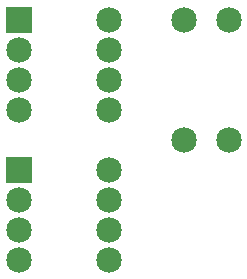
<source format=gts>
G04 MADE WITH FRITZING*
G04 WWW.FRITZING.ORG*
G04 DOUBLE SIDED*
G04 HOLES PLATED*
G04 CONTOUR ON CENTER OF CONTOUR VECTOR*
%ASAXBY*%
%FSLAX23Y23*%
%MOIN*%
%OFA0B0*%
%SFA1.0B1.0*%
%ADD10C,0.085000*%
%ADD11R,0.085000X0.085000*%
%LNMASK1*%
G90*
G70*
G54D10*
X184Y470D03*
X484Y470D03*
X184Y370D03*
X484Y370D03*
X184Y270D03*
X484Y270D03*
X184Y170D03*
X484Y170D03*
X184Y970D03*
X484Y970D03*
X184Y870D03*
X484Y870D03*
X184Y770D03*
X484Y770D03*
X184Y670D03*
X484Y670D03*
X734Y970D03*
X734Y570D03*
X884Y970D03*
X884Y570D03*
G54D11*
X184Y470D03*
X184Y970D03*
G04 End of Mask1*
M02*
</source>
